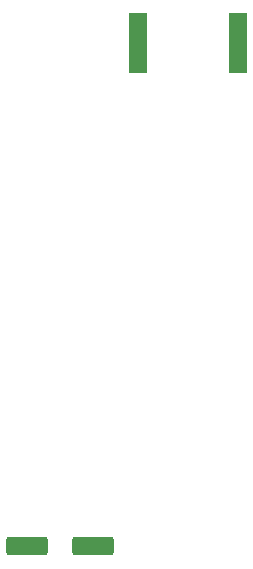
<source format=gbr>
%TF.GenerationSoftware,KiCad,Pcbnew,6.0.11-2627ca5db0~126~ubuntu22.04.1*%
%TF.CreationDate,2023-02-27T20:23:57+01:00*%
%TF.ProjectId,STM32 PIR Sensor,53544d33-3220-4504-9952-2053656e736f,rev?*%
%TF.SameCoordinates,Original*%
%TF.FileFunction,Paste,Bot*%
%TF.FilePolarity,Positive*%
%FSLAX46Y46*%
G04 Gerber Fmt 4.6, Leading zero omitted, Abs format (unit mm)*
G04 Created by KiCad (PCBNEW 6.0.11-2627ca5db0~126~ubuntu22.04.1) date 2023-02-27 20:23:57*
%MOMM*%
%LPD*%
G01*
G04 APERTURE LIST*
G04 Aperture macros list*
%AMRoundRect*
0 Rectangle with rounded corners*
0 $1 Rounding radius*
0 $2 $3 $4 $5 $6 $7 $8 $9 X,Y pos of 4 corners*
0 Add a 4 corners polygon primitive as box body*
4,1,4,$2,$3,$4,$5,$6,$7,$8,$9,$2,$3,0*
0 Add four circle primitives for the rounded corners*
1,1,$1+$1,$2,$3*
1,1,$1+$1,$4,$5*
1,1,$1+$1,$6,$7*
1,1,$1+$1,$8,$9*
0 Add four rect primitives between the rounded corners*
20,1,$1+$1,$2,$3,$4,$5,0*
20,1,$1+$1,$4,$5,$6,$7,0*
20,1,$1+$1,$6,$7,$8,$9,0*
20,1,$1+$1,$8,$9,$2,$3,0*%
G04 Aperture macros list end*
%ADD10R,1.500000X5.080000*%
%ADD11RoundRect,0.250000X1.500000X0.550000X-1.500000X0.550000X-1.500000X-0.550000X1.500000X-0.550000X0*%
G04 APERTURE END LIST*
D10*
%TO.C,J2*%
X234579280Y-34400000D03*
X226079280Y-34400000D03*
%TD*%
D11*
%TO.C,C14*%
X222256000Y-76962000D03*
X216656000Y-76962000D03*
%TD*%
M02*

</source>
